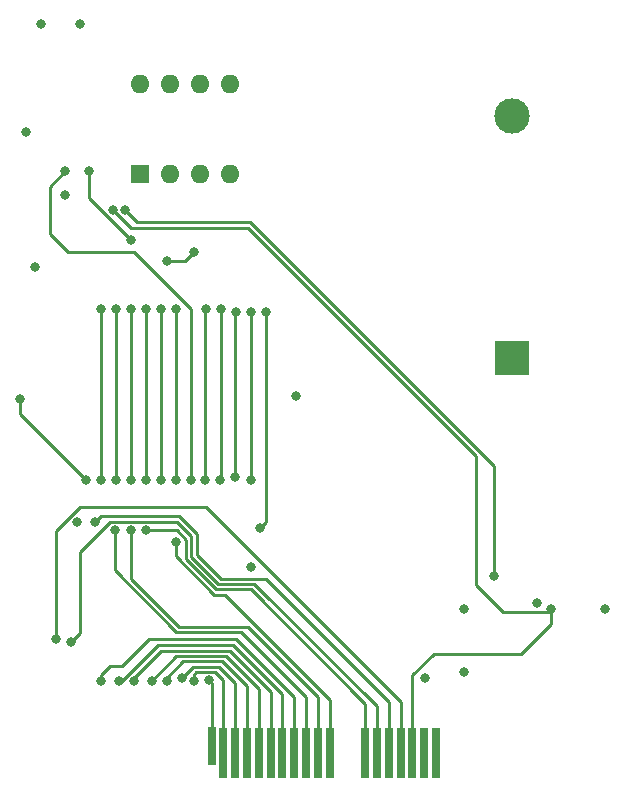
<source format=gbr>
%TF.GenerationSoftware,KiCad,Pcbnew,(6.0.0-0)*%
%TF.CreationDate,2022-01-09T00:32:34-05:00*%
%TF.ProjectId,ROM-Cartridge,524f4d2d-4361-4727-9472-696467652e6b,rev?*%
%TF.SameCoordinates,Original*%
%TF.FileFunction,Copper,L4,Bot*%
%TF.FilePolarity,Positive*%
%FSLAX46Y46*%
G04 Gerber Fmt 4.6, Leading zero omitted, Abs format (unit mm)*
G04 Created by KiCad (PCBNEW (6.0.0-0)) date 2022-01-09 00:32:34*
%MOMM*%
%LPD*%
G01*
G04 APERTURE LIST*
%TA.AperFunction,ComponentPad*%
%ADD10R,1.600000X1.600000*%
%TD*%
%TA.AperFunction,ComponentPad*%
%ADD11O,1.600000X1.600000*%
%TD*%
%TA.AperFunction,ConnectorPad*%
%ADD12R,0.700000X3.200000*%
%TD*%
%TA.AperFunction,ConnectorPad*%
%ADD13R,0.700000X4.300000*%
%TD*%
%TA.AperFunction,ComponentPad*%
%ADD14R,3.000000X3.000000*%
%TD*%
%TA.AperFunction,ComponentPad*%
%ADD15C,3.000000*%
%TD*%
%TA.AperFunction,ViaPad*%
%ADD16C,0.800000*%
%TD*%
%TA.AperFunction,Conductor*%
%ADD17C,0.250000*%
%TD*%
G04 APERTURE END LIST*
D10*
%TO.P,U3,1,VO*%
%TO.N,RAM_POWER*%
X105420000Y-74412000D03*
D11*
%TO.P,U3,2,Vs*%
%TO.N,Net-(BT1-Pad1)*%
X107960000Y-74412000D03*
%TO.P,U3,3,SBar*%
%TO.N,unconnected-(U3-Pad3)*%
X110500000Y-74412000D03*
%TO.P,U3,4,Gnd*%
%TO.N,GND*%
X113040000Y-74412000D03*
%TO.P,U3,5,nc*%
%TO.N,unconnected-(U3-Pad5)*%
X113040000Y-66792000D03*
%TO.P,U3,6,PBar*%
%TO.N,Net-(R5-Pad2)*%
X110500000Y-66792000D03*
%TO.P,U3,7,nc*%
%TO.N,unconnected-(U3-Pad7)*%
X107960000Y-66792000D03*
%TO.P,U3,8,Vp*%
%TO.N,VCC*%
X105420000Y-66792000D03*
%TD*%
D12*
%TO.P,U2,A1,Pin_1*%
%TO.N,/A0*%
X111506000Y-122894000D03*
D13*
%TO.P,U2,A2,Pin_2*%
%TO.N,/A1*%
X112506000Y-123444000D03*
%TO.P,U2,A3,Pin_3*%
%TO.N,/A2*%
X113506000Y-123444000D03*
%TO.P,U2,A4,Pin_4*%
%TO.N,/A3*%
X114506000Y-123444000D03*
%TO.P,U2,A5,Pin_5*%
%TO.N,/A4*%
X115506000Y-123444000D03*
%TO.P,U2,A6,Pin_6*%
%TO.N,/A5*%
X116506000Y-123444000D03*
%TO.P,U2,A7,Pin_7*%
%TO.N,/A6*%
X117506000Y-123444000D03*
%TO.P,U2,A8,Pin_8*%
%TO.N,/A7*%
X118506000Y-123444000D03*
%TO.P,U2,A9,Pin_9*%
%TO.N,/A8*%
X119506000Y-123444000D03*
%TO.P,U2,A10,Pin_10*%
%TO.N,/A9*%
X120506000Y-123444000D03*
%TO.P,U2,A11,Pin_11*%
%TO.N,/A10*%
X121506000Y-123444000D03*
%TO.P,U2,A12,Pin_12*%
%TO.N,/A11*%
X124506000Y-123444000D03*
%TO.P,U2,A13,Pin_13*%
%TO.N,/A12*%
X125506000Y-123444000D03*
%TO.P,U2,A14,Pin_14*%
%TO.N,/A13*%
X126506000Y-123444000D03*
%TO.P,U2,A15,Pin_15*%
%TO.N,/A14*%
X127506000Y-123444000D03*
%TO.P,U2,A16,Pin_16*%
%TO.N,/A15*%
X128506000Y-123444000D03*
%TO.P,U2,A17*%
%TO.N,N/C*%
X129506000Y-123444000D03*
%TO.P,U2,A18*%
X130506000Y-123444000D03*
%TD*%
D14*
%TO.P,BT1,1,+*%
%TO.N,Net-(BT1-Pad1)*%
X136906000Y-90030081D03*
D15*
%TO.P,BT1,2,-*%
%TO.N,GND*%
X136906000Y-69540081D03*
%TD*%
D16*
%TO.N,/A4*%
X106426000Y-117348000D03*
%TO.N,/A3*%
X107696000Y-117348000D03*
%TO.N,/A2*%
X108966000Y-117098299D03*
%TO.N,/~{READ}*%
X107696000Y-81788000D03*
X109982000Y-81026000D03*
%TO.N,/A15*%
X103124000Y-77470000D03*
%TO.N,/~{EN}*%
X135382000Y-108458000D03*
X104144299Y-77465701D03*
%TO.N,VCC*%
X95758000Y-70866000D03*
%TO.N,GND*%
X99060000Y-76200000D03*
X100330000Y-61722000D03*
%TO.N,VCC*%
X97028000Y-61722000D03*
%TO.N,/D3*%
X115570000Y-104394000D03*
X116078000Y-86106000D03*
%TO.N,/D4*%
X114808000Y-86106000D03*
%TO.N,/D5*%
X113538000Y-86106000D03*
%TO.N,/D6*%
X112268000Y-85852000D03*
%TO.N,/D7*%
X110998000Y-85852000D03*
%TO.N,/D4*%
X114816418Y-100338418D03*
%TO.N,/D5*%
X113471500Y-100142500D03*
%TO.N,/D6*%
X112201500Y-100396500D03*
%TO.N,/D7*%
X110931500Y-100396500D03*
%TO.N,RAM_SELECT*%
X104643701Y-80014299D03*
X101092000Y-74168000D03*
%TO.N,ROM_SELECT*%
X99134500Y-74179024D03*
%TO.N,/A10*%
X108458000Y-85852000D03*
%TO.N,/~{READ}*%
X107188000Y-85852000D03*
%TO.N,/A11*%
X105918000Y-85852000D03*
%TO.N,/A9*%
X104648000Y-85852000D03*
%TO.N,/A8*%
X103378000Y-85852000D03*
%TO.N,/A13*%
X102108000Y-85852000D03*
%TO.N,/~{ROM_WRITE}*%
X95250000Y-93472000D03*
%TO.N,ROM_SELECT*%
X109728000Y-100330000D03*
%TO.N,/A10*%
X108458000Y-100330000D03*
%TO.N,/~{READ}*%
X107188000Y-100330000D03*
%TO.N,/A11*%
X105918000Y-100330000D03*
%TO.N,/A9*%
X104648000Y-100330000D03*
%TO.N,/A8*%
X103378000Y-100330000D03*
%TO.N,/A13*%
X102108000Y-100330000D03*
%TO.N,/~{ROM_WRITE}*%
X100838000Y-100330000D03*
%TO.N,VCC*%
X96520000Y-82296000D03*
X132842000Y-111252000D03*
X144780000Y-111252000D03*
%TO.N,GND*%
X139078013Y-110781500D03*
%TO.N,/A15*%
X140208000Y-111252000D03*
%TO.N,VCC*%
X132842000Y-116586000D03*
%TO.N,GND*%
X129540000Y-117094000D03*
%TO.N,/A13*%
X101600000Y-103886000D03*
%TO.N,/A14*%
X98298000Y-113792000D03*
%TO.N,/A12*%
X99568000Y-114046000D03*
%TO.N,/A11*%
X105918000Y-104610500D03*
%TO.N,VCC*%
X100080299Y-103890299D03*
%TO.N,GND*%
X114808000Y-107696000D03*
X118618000Y-93218000D03*
%TO.N,/A10*%
X108458000Y-105626500D03*
%TO.N,/A9*%
X104648000Y-104610500D03*
%TO.N,/A8*%
X103297667Y-104610500D03*
%TO.N,/A7*%
X102108000Y-117348000D03*
%TO.N,/A6*%
X103632000Y-117348000D03*
%TO.N,/A5*%
X104906299Y-117352299D03*
%TO.N,/A1*%
X109982000Y-117348000D03*
%TO.N,/A0*%
X111247701Y-117330544D03*
%TD*%
D17*
%TO.N,/A3*%
X114506000Y-123444000D02*
X114506000Y-117808000D01*
X114506000Y-117808000D02*
X112405022Y-115707022D01*
X112405022Y-115707022D02*
X109092978Y-115707022D01*
X107700299Y-117099701D02*
X107700299Y-117343701D01*
X109092978Y-115707022D02*
X107700299Y-117099701D01*
%TO.N,/~{READ}*%
X107696000Y-81788000D02*
X109220000Y-81788000D01*
X109220000Y-81788000D02*
X109982000Y-81026000D01*
%TO.N,/~{EN}*%
X135382000Y-99186296D02*
X114740193Y-78544489D01*
X135382000Y-108458000D02*
X135382000Y-99186296D01*
X105223087Y-78544489D02*
X104144299Y-77465701D01*
%TO.N,/A15*%
X133858000Y-109220000D02*
X136144000Y-111506000D01*
%TO.N,RAM_SELECT*%
X101092000Y-74168000D02*
X101092000Y-76462600D01*
%TO.N,/~{EN}*%
X114740193Y-78544489D02*
X105223087Y-78544489D01*
%TO.N,/A15*%
X103124000Y-77470000D02*
X104648000Y-78994000D01*
%TO.N,RAM_SELECT*%
X101092000Y-76462600D02*
X104643701Y-80014299D01*
%TO.N,/A15*%
X104648000Y-78994000D02*
X114554000Y-78994000D01*
X133858000Y-98298000D02*
X133858000Y-109220000D01*
X114554000Y-78994000D02*
X133858000Y-98298000D01*
X136144000Y-111506000D02*
X139954000Y-111506000D01*
X139954000Y-111506000D02*
X140208000Y-111252000D01*
%TO.N,ROM_SELECT*%
X104902000Y-81026000D02*
X99314000Y-81026000D01*
X97790000Y-79502000D02*
X97790000Y-75523524D01*
X109728000Y-100330000D02*
X109728000Y-85852000D01*
X99314000Y-81026000D02*
X97790000Y-79502000D01*
X97790000Y-75523524D02*
X99134500Y-74179024D01*
X109728000Y-85852000D02*
X104902000Y-81026000D01*
%TO.N,/D3*%
X116078000Y-103886000D02*
X115570000Y-104394000D01*
X116078000Y-86106000D02*
X116078000Y-103886000D01*
%TO.N,/D4*%
X114808000Y-100330000D02*
X114816418Y-100338418D01*
X114808000Y-86106000D02*
X114808000Y-100330000D01*
%TO.N,/D5*%
X113471500Y-100142500D02*
X113471500Y-86172500D01*
X113471500Y-86172500D02*
X113538000Y-86106000D01*
%TO.N,/D6*%
X112268000Y-85852000D02*
X112268000Y-100330000D01*
X112268000Y-100330000D02*
X112201500Y-100396500D01*
%TO.N,/D7*%
X110931500Y-100396500D02*
X110931500Y-85918500D01*
X110931500Y-85918500D02*
X110998000Y-85852000D01*
%TO.N,/A10*%
X108458000Y-85852000D02*
X108458000Y-100330000D01*
%TO.N,/~{READ}*%
X107188000Y-100330000D02*
X107188000Y-85852000D01*
%TO.N,/A11*%
X105918000Y-85852000D02*
X105918000Y-100330000D01*
%TO.N,/A9*%
X104648000Y-100330000D02*
X104648000Y-85852000D01*
%TO.N,/A8*%
X103378000Y-85852000D02*
X103378000Y-100330000D01*
%TO.N,/A13*%
X102108000Y-100330000D02*
X102108000Y-85852000D01*
%TO.N,/~{ROM_WRITE}*%
X100838000Y-100330000D02*
X95250000Y-94742000D01*
X95250000Y-94742000D02*
X95250000Y-94234000D01*
X95250000Y-94234000D02*
X95250000Y-93472000D01*
%TO.N,/A15*%
X128506000Y-123444000D02*
X128506000Y-116858000D01*
X128506000Y-116858000D02*
X130302000Y-115062000D01*
X130302000Y-115062000D02*
X137668000Y-115062000D01*
X137668000Y-115062000D02*
X140208000Y-112522000D01*
X140208000Y-112522000D02*
X140208000Y-111252000D01*
%TO.N,/A14*%
X110998000Y-102616000D02*
X127506000Y-119124000D01*
X98298000Y-104648000D02*
X100330000Y-102616000D01*
X98298000Y-113792000D02*
X98298000Y-104648000D01*
X100330000Y-102616000D02*
X110998000Y-102616000D01*
X127506000Y-119124000D02*
X127506000Y-123444000D01*
%TO.N,/A13*%
X126506000Y-119140000D02*
X116078000Y-108712000D01*
X112268000Y-108712000D02*
X110236000Y-106680000D01*
X110236000Y-104902000D02*
X108712000Y-103378000D01*
X116078000Y-108712000D02*
X112268000Y-108712000D01*
X110236000Y-106680000D02*
X110236000Y-104902000D01*
X126506000Y-123444000D02*
X126506000Y-119140000D01*
X108712000Y-103378000D02*
X102108000Y-103378000D01*
X102108000Y-103378000D02*
X101600000Y-103886000D01*
%TO.N,/A12*%
X100330000Y-113284000D02*
X99568000Y-114046000D01*
X100330000Y-106426000D02*
X100330000Y-113284000D01*
X102870000Y-103886000D02*
X100330000Y-106426000D01*
X108584296Y-103886000D02*
X102870000Y-103886000D01*
X109786489Y-105088193D02*
X108584296Y-103886000D01*
X112081806Y-109161510D02*
X109786489Y-106866193D01*
X115129807Y-109161511D02*
X112081806Y-109161510D01*
X125506000Y-123444000D02*
X125506000Y-119537704D01*
X109786489Y-106866193D02*
X109786489Y-105088193D01*
X125506000Y-119537704D02*
X115129807Y-109161511D01*
%TO.N,/A11*%
X109336978Y-107052386D02*
X109336978Y-105400682D01*
X109336978Y-105400682D02*
X108546796Y-104610500D01*
X111895612Y-109611020D02*
X109336978Y-107052386D01*
X124506000Y-119299704D02*
X114817318Y-109611022D01*
X124506000Y-123444000D02*
X124506000Y-119299704D01*
%TO.N,/A10*%
X108458000Y-106809112D02*
X108458000Y-105626500D01*
%TO.N,/A11*%
X108546796Y-104610500D02*
X105918000Y-104610500D01*
X114817318Y-109611022D02*
X111895612Y-109611020D01*
%TO.N,/A10*%
X112599124Y-110060532D02*
X111709419Y-110060531D01*
X111709419Y-110060531D02*
X108458000Y-106809112D01*
X121506000Y-118967408D02*
X112599124Y-110060532D01*
X121506000Y-123444000D02*
X121506000Y-118967408D01*
%TO.N,/A8*%
X103297667Y-107997371D02*
X103297667Y-104610500D01*
X113987510Y-113225510D02*
X108525806Y-113225510D01*
%TO.N,/A9*%
X114554000Y-112776000D02*
X108712000Y-112776000D01*
%TO.N,/A8*%
X119506000Y-118744000D02*
X113987510Y-113225510D01*
X108525806Y-113225510D02*
X103297667Y-107997371D01*
X119506000Y-123444000D02*
X119506000Y-118744000D01*
%TO.N,/A9*%
X120506000Y-123444000D02*
X120506000Y-118728000D01*
X104648000Y-108712000D02*
X104648000Y-104610500D01*
X120506000Y-118728000D02*
X114554000Y-112776000D01*
X108712000Y-112776000D02*
X104648000Y-108712000D01*
%TO.N,/A7*%
X110998000Y-113792000D02*
X106172000Y-113792000D01*
X104648000Y-115316000D02*
X103886000Y-116078000D01*
X116840000Y-117094000D02*
X113538000Y-113792000D01*
X106172000Y-113792000D02*
X104648000Y-115316000D01*
X118506000Y-123444000D02*
X118506000Y-118760000D01*
X113538000Y-113792000D02*
X110998000Y-113792000D01*
X103886000Y-116078000D02*
X103124000Y-116078000D01*
X102870000Y-116078000D02*
X102108000Y-116840000D01*
X102108000Y-116840000D02*
X102108000Y-117348000D01*
X118506000Y-118760000D02*
X116840000Y-117094000D01*
X103124000Y-116078000D02*
X102870000Y-116078000D01*
%TO.N,/A5*%
X104906299Y-117089701D02*
X104906299Y-117352299D01*
X107188000Y-114808000D02*
X104906299Y-117089701D01*
X113030000Y-114808000D02*
X107188000Y-114808000D01*
%TO.N,/A6*%
X113284000Y-114300000D02*
X110998000Y-114300000D01*
X110998000Y-114300000D02*
X106934000Y-114300000D01*
X115824000Y-116840000D02*
X113284000Y-114300000D01*
%TO.N,/A5*%
X116506000Y-118284000D02*
X113030000Y-114808000D01*
%TO.N,/A6*%
X117506000Y-118522000D02*
X115824000Y-116840000D01*
X103886000Y-117348000D02*
X103632000Y-117348000D01*
%TO.N,/A5*%
X116506000Y-123444000D02*
X116506000Y-118284000D01*
%TO.N,/A6*%
X117506000Y-123444000D02*
X117506000Y-118522000D01*
X105664000Y-115570000D02*
X103886000Y-117348000D01*
X106934000Y-114300000D02*
X105664000Y-115570000D01*
%TO.N,/A4*%
X108516489Y-115257511D02*
X106426000Y-117348000D01*
X112717511Y-115257511D02*
X108516489Y-115257511D01*
X115506000Y-118046000D02*
X112717511Y-115257511D01*
X115506000Y-123444000D02*
X115506000Y-118046000D01*
%TO.N,/A0*%
X111506000Y-122894000D02*
X111506000Y-117588843D01*
%TO.N,/A1*%
X109982000Y-116840000D02*
X109982000Y-117348000D01*
X110215956Y-116606044D02*
X109982000Y-116840000D01*
%TO.N,/A2*%
X109912065Y-116156533D02*
X108970299Y-117098299D01*
%TO.N,/A0*%
X111506000Y-117588843D02*
X111247701Y-117330544D01*
%TO.N,/A1*%
X111780044Y-116606044D02*
X110215956Y-116606044D01*
X112506000Y-117332000D02*
X111780044Y-116606044D01*
%TO.N,/A2*%
X113506000Y-123444000D02*
X113506000Y-117570000D01*
%TO.N,/A1*%
X112506000Y-123444000D02*
X112506000Y-117332000D01*
%TO.N,/A2*%
X112092533Y-116156533D02*
X109912065Y-116156533D01*
X113506000Y-117570000D02*
X112092533Y-116156533D01*
%TD*%
M02*

</source>
